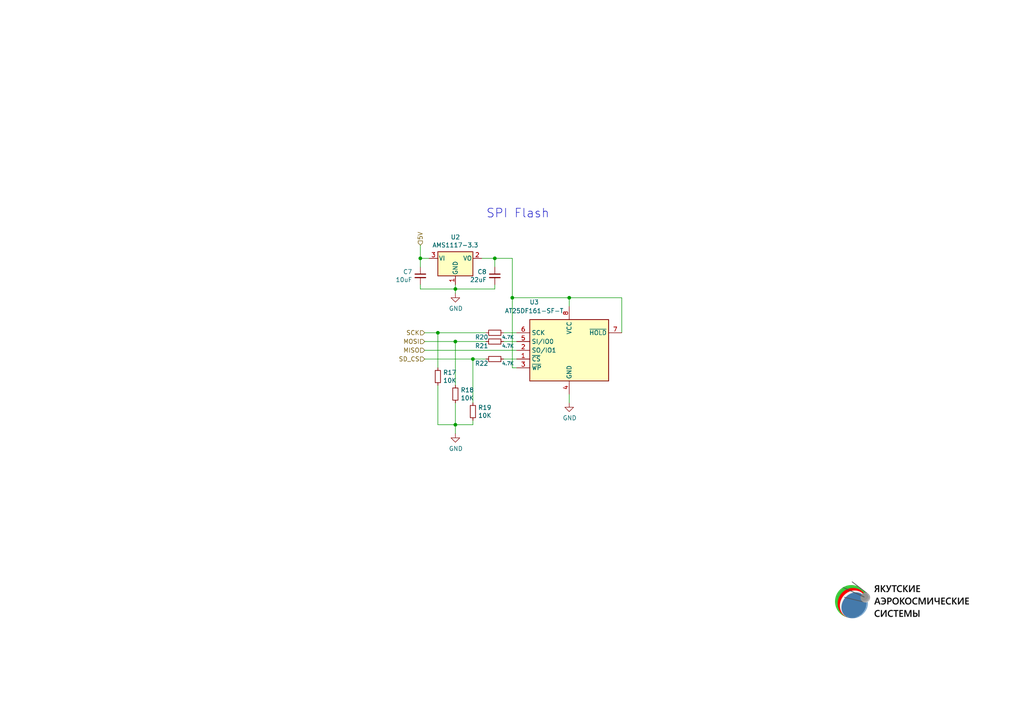
<source format=kicad_sch>
(kicad_sch (version 20211123) (generator eeschema)
  (paper "A4")
  (title_block (title "YktSat Payload Module") (date "2021-12-07") (rev "D1") (company "Sakha Aerospace Systems, LLC"))
  (lib_symbols
    (symbol "Device:C_Small" (pin_numbers hide) (pin_names (offset 0.254) hide)
      (property "Reference" "C" (at 0.254 1.778 0))
      (property "Value" "C_Small" (at 0.254 -2.032 0))
      (symbol "C_Small_0_1"
        (polyline (pts (xy -1.524 -0.508) (xy 1.524 -0.508)) (stroke (width 0.3302)))
        (polyline (pts (xy -1.524 0.508) (xy 1.524 0.508)) (stroke (width 0.3048)))
      )
      (symbol "C_Small_1_1"
        (pin passive line (at 0 2.54 270) (length 2.032) (name "~") (number "1"))
        (pin passive line (at 0 -2.54 90) (length 2.032) (name "~") (number "2"))
      )
    )
    (symbol "Device:R_Small" (pin_numbers hide) (pin_names (offset 0.254) hide)
      (property "Reference" "R" (at 0.762 0.508 0))
      (property "Value" "R_Small" (at 0.762 -1.016 0))
      (symbol "R_Small_0_1"
        (rectangle (start -0.762 1.778) (end 0.762 -1.778) (stroke (width 0.2032)))
      )
      (symbol "R_Small_1_1"
        (pin passive line (at 0 2.54 270) (length 0.762) (name "~") (number "1"))
        (pin passive line (at 0 -2.54 90) (length 0.762) (name "~") (number "2"))
      )
    )
    (symbol "Regulator_Linear:AMS1117-3.3" (pin_names (offset 0.254))
      (property "Reference" "U" (at -3.81 3.175 0))
      (property "Value" "AMS1117-3.3" (at 0 3.175 0))
      (symbol "AMS1117-3.3_0_1"
        (rectangle (start -5.08 -5.08) (end 5.08 1.905) (stroke (width 0.254)) (fill (type background)))
      )
      (symbol "AMS1117-3.3_1_1"
        (pin power_in line (at 0 -7.62 90) (length 2.54) (name "GND") (number "1"))
        (pin power_out line (at 7.62 0 180) (length 2.54) (name "VO") (number "2"))
        (pin power_in line (at -7.62 0 0) (length 2.54) (name "VI") (number "3"))
      )
    )
    (symbol "power:GND" (power) (pin_names (offset 0))
      (property "Value" "GND" (at 0 -3.81 0))
      (symbol "GND_0_1"
        (polyline (pts (xy 0 0) (xy 0 -1.27) (xy 1.27 -1.27) (xy 0 -2.54) (xy -1.27 -1.27) (xy 0 -1.27)))
      )
      (symbol "GND_1_1"
        (pin power_in line (at 0 0 270) (length 0) hide (name "GND") (number "1"))
      )
    )
    (symbol "yktsat-common:AT25DF161-SF-T"
      (property "Reference" "U" (at 2.54 12.7 0))
      (property "Value" "AT25DF161-SF-T" (at 10.16 10.16 0))
      (symbol "AT25DF161-SF-T_1_1"
        (rectangle (start -11.43 8.89) (end 11.43 -8.89) (stroke (width 0.254)) (fill (type background)))
        (pin input line (at -15.24 -2.54 0) (length 3.81) (name "~{CS}") (number "1"))
        (pin bidirectional line (at -15.24 0 0) (length 3.81) (name "SO/IO1") (number "2"))
        (pin bidirectional line (at -15.24 -5.08 0) (length 3.81) (name "~{WP}") (number "3"))
        (pin power_in line (at 0 -12.7 90) (length 3.81) (name "GND") (number "4"))
        (pin bidirectional line (at -15.24 2.54 0) (length 3.81) (name "SI/IO0") (number "5"))
        (pin input line (at -15.24 5.08 0) (length 3.81) (name "SCK") (number "6"))
        (pin bidirectional line (at 15.24 5.08 180) (length 3.81) (name "~{HOLD}") (number "7"))
        (pin power_in line (at 0 12.7 270) (length 3.81) (name "VCC") (number "8"))
      )
    )
  )
  (junction (at 165.1 86.36))
  (junction (at 127 96.52))
  (junction (at 148.59 86.36))
  (junction (at 143.51 74.93))
  (junction (at 132.08 83.82))
  (junction (at 132.08 99.06))
  (junction (at 137.16 104.14))
  (junction (at 121.92 74.93))
  (junction (at 132.08 123.19))
  (wire (pts (xy 146.05 104.14) (xy 149.86 104.14)))
  (wire (pts (xy 121.92 74.93) (xy 124.46 74.93)))
  (wire (pts (xy 165.1 116.84) (xy 165.1 114.3)))
  (wire (pts (xy 140.97 96.52) (xy 127 96.52)))
  (wire (pts (xy 143.51 83.82) (xy 143.51 82.55)))
  (wire (pts (xy 143.51 77.47) (xy 143.51 74.93)))
  (wire (pts (xy 137.16 104.14) (xy 123.19 104.14)))
  (wire (pts (xy 148.59 106.68) (xy 149.86 106.68)))
  (wire (pts (xy 132.08 83.82) (xy 132.08 85.09)))
  (wire (pts (xy 121.92 71.12) (xy 121.92 74.93)))
  (wire (pts (xy 123.19 96.52) (xy 127 96.52)))
  (wire (pts (xy 180.34 86.36) (xy 165.1 86.36)))
  (wire (pts (xy 165.1 86.36) (xy 165.1 88.9)))
  (wire (pts (xy 140.97 104.14) (xy 137.16 104.14)))
  (wire (pts (xy 127 123.19) (xy 127 111.76)))
  (wire (pts (xy 132.08 83.82) (xy 143.51 83.82)))
  (wire (pts (xy 140.97 99.06) (xy 132.08 99.06)))
  (wire (pts (xy 180.34 96.52) (xy 180.34 86.36)))
  (wire (pts (xy 148.59 86.36) (xy 148.59 106.68)))
  (wire (pts (xy 139.7 74.93) (xy 143.51 74.93)))
  (wire (pts (xy 132.08 123.19) (xy 127 123.19)))
  (wire (pts (xy 121.92 83.82) (xy 132.08 83.82)))
  (wire (pts (xy 121.92 82.55) (xy 121.92 83.82)))
  (wire (pts (xy 137.16 116.84) (xy 137.16 104.14)))
  (wire (pts (xy 132.08 116.84) (xy 132.08 123.19)))
  (wire (pts (xy 132.08 82.55) (xy 132.08 83.82)))
  (wire (pts (xy 123.19 101.6) (xy 149.86 101.6)))
  (wire (pts (xy 132.08 123.19) (xy 132.08 125.73)))
  (wire (pts (xy 148.59 86.36) (xy 148.59 74.93)))
  (wire (pts (xy 137.16 123.19) (xy 132.08 123.19)))
  (wire (pts (xy 132.08 111.76) (xy 132.08 99.06)))
  (wire (pts (xy 146.05 96.52) (xy 149.86 96.52)))
  (wire (pts (xy 146.05 99.06) (xy 149.86 99.06)))
  (wire (pts (xy 143.51 74.93) (xy 148.59 74.93)))
  (wire (pts (xy 127 106.68) (xy 127 96.52)))
  (wire (pts (xy 121.92 77.47) (xy 121.92 74.93)))
  (wire (pts (xy 165.1 86.36) (xy 148.59 86.36)))
  (wire (pts (xy 123.19 99.06) (xy 132.08 99.06)))
  (wire (pts (xy 137.16 121.92) (xy 137.16 123.19)))
  (image (at 261.62 173.99))
  (text "SPI Flash" (at 140.97 63.5 0) (effects (font (size 2.54 2.54)) (justify left bottom)))
  (hierarchical_label "SCK" (shape input) (at 123.19 96.52 180))
  (hierarchical_label "MOSI" (shape input) (at 123.19 99.06 180))
  (hierarchical_label "SD_CS" (shape input) (at 123.19 104.14 180))
  (hierarchical_label "5V" (shape input) (at 121.92 71.12 90))
  (hierarchical_label "MISO" (shape input) (at 123.19 101.6 180))
  (symbol (lib_id "power:GND") (at 132.08 125.73 0)
    (property "Reference" "#PWR071" (effects hide))
    (property "Value" "GND" (at 132.207 130.1242 0))
  )
  (symbol (lib_id "Device:R_Small") (at 137.16 119.38 0)
    (property "Reference" "R19" (at 138.6586 118.2116 0) (effects (justify left)))
    (property "Value" "10K" (at 138.6586 120.523 0) (effects (justify left)))
    (property "Footprint" "Resistor_SMD:R_0402_1005Metric" (effects hide))
  )
  (symbol (lib_id "Device:R_Small") (at 132.08 114.3 0)
    (property "Reference" "R18" (at 133.5786 113.1316 0) (effects (justify left)))
    (property "Value" "10K" (at 133.5786 115.443 0) (effects (justify left)))
    (property "Footprint" "Resistor_SMD:R_0402_1005Metric" (effects hide))
  )
  (symbol (lib_id "Device:C_Small") (at 143.51 80.01 0) (mirror y)
    (property "Reference" "C8" (at 141.1732 78.8416 0) (effects (justify left)))
    (property "Value" "22uF" (at 141.1732 81.153 0) (effects (justify left)))
    (property "Footprint" "Capacitor_SMD:C_0603_1608Metric" (effects hide))
  )
  (symbol (lib_id "yktsat-common:AT25DF161-SF-T") (at 165.1 101.6 0)
    (property "Reference" "U3" (at 154.94 87.63 0))
    (property "Value" "AT25DF161-SF-T" (at 154.94 90.17 0))
    (property "Footprint" "Package_SO:SO-8_3.9x4.9mm_P1.27mm" (effects hide))
    (property "Datasheet" "https://static.chipdip.ru/lib/314/DOC000314045.pdf" (effects hide))
  )
  (symbol (lib_id "Device:R_Small") (at 143.51 96.52 270)
    (property "Reference" "R20" (at 139.7 97.79 90))
    (property "Value" "4.7K" (at 147.32 97.79 90) (effects (font (size 0.9906 0.9906))))
    (property "Footprint" "Resistor_SMD:R_0402_1005Metric" (effects hide))
  )
  (symbol (lib_id "Device:R_Small") (at 143.51 99.06 270)
    (property "Reference" "R21" (at 139.7 100.33 90))
    (property "Value" "4.7K" (at 147.32 100.33 90) (effects (font (size 0.9906 0.9906))))
    (property "Footprint" "Resistor_SMD:R_0402_1005Metric" (effects hide))
  )
  (symbol (lib_id "Regulator_Linear:AMS1117-3.3") (at 132.08 74.93 0)
    (property "Reference" "U2" (at 132.08 68.7832 0))
    (property "Value" "AMS1117-3.3" (at 132.08 71.0946 0))
    (property "Footprint" "Package_TO_SOT_SMD:SOT-89-3" (effects hide))
    (property "Datasheet" "http://www.advanced-monolithic.com/pdf/ds1117.pdf" (effects hide))
  )
  (symbol (lib_id "Device:R_Small") (at 127 109.22 0)
    (property "Reference" "R17" (at 128.4986 108.0516 0) (effects (justify left)))
    (property "Value" "10K" (at 128.4986 110.363 0) (effects (justify left)))
    (property "Footprint" "Resistor_SMD:R_0402_1005Metric" (effects hide))
  )
  (symbol (lib_id "power:GND") (at 165.1 116.84 0)
    (property "Reference" "#PWR072" (effects hide))
    (property "Value" "GND" (at 165.227 121.2342 0))
  )
  (symbol (lib_id "power:GND") (at 132.08 85.09 0)
    (property "Reference" "#PWR070" (effects hide))
    (property "Value" "GND" (at 132.207 89.4842 0))
  )
  (symbol (lib_id "Device:R_Small") (at 143.51 104.14 270)
    (property "Reference" "R22" (at 139.7 105.41 90))
    (property "Value" "4.7K" (at 147.32 105.41 90) (effects (font (size 0.9906 0.9906))))
    (property "Footprint" "Resistor_SMD:R_0402_1005Metric" (effects hide))
  )
  (symbol (lib_id "Device:C_Small") (at 121.92 80.01 0) (mirror y)
    (property "Reference" "C7" (at 119.5832 78.8416 0) (effects (justify left)))
    (property "Value" "10uF" (at 119.5832 81.153 0) (effects (justify left)))
    (property "Footprint" "Capacitor_SMD:C_0603_1608Metric" (effects hide))
  )
)
</source>
